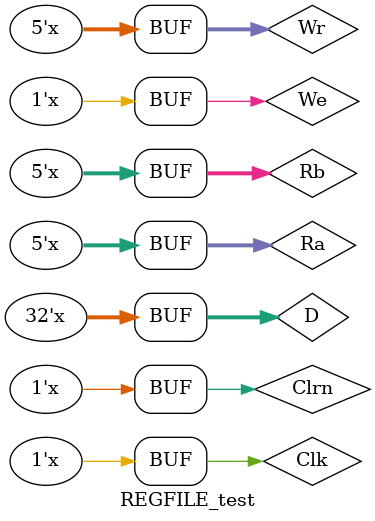
<source format=v>
`timescale 1ns / 1ps


module REGFILE_test;
    reg [4:0]Ra,Rb,Wr;
    reg [31:0]D;
    reg We,Clk,Clrn;
    wire [31:0]Qa,Qb;
    REGFILE u(Ra,Rb,D,Wr,We,Clk,Clrn,Qa,Qb);
    initial begin
           Ra=0;
           Rb=0;
           Wr=0;
           D=0;
           We=1;
           Clk=0;
           Clrn=1;
        end
        always #1 Ra=Ra+1;
        always #1.5 Rb=Rb+1;
        always #0.1 Wr=Wr+1;
        always #0.02 D=D+1;
        always #20 We=We+1;
        always #0.012 Clk=Clk+1;
        always #40 Clrn=Clrn+1;
endmodule

</source>
